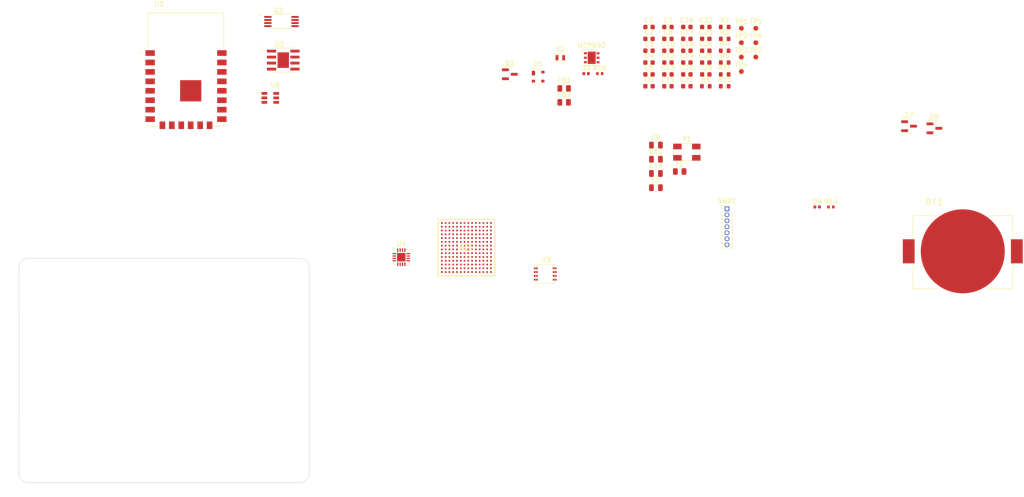
<source format=kicad_pcb>
(kicad_pcb (version 20240108) (generator "pcbnew") (generator_version "8.0")
  (layers (0 "F.Cu" signal) (1 "In1.Cu" signal) (2 "In2.Cu" signal) (31 "B.Cu" signal) (34 "B.Paste" user) (35 "F.Paste" user) (36 "B.SilkS" user "B.Silkscreen") (37 "F.SilkS" user "F.Silkscreen") (38 "B.Mask" user) (39 "F.Mask" user) (44 "Edge.Cuts" user))
  (net 0 "")
  (net 1 "+5V")
  (net 2 "GND")
  (net 3 "+3V3")
  (net 4 "Net-(IC1-VDD_USB_CAP)")
  (net 5 "Net-(IC1-DCDC_IN_1)")
  (net 6 "/SOC_CAP_NET")
  (net 7 "Net-(IC1-VDD_SNVS_CAP)")
  (net 8 "Net-(IC1-XTALO)")
  (net 9 "Net-(IC1-XTALI)")
  (net 10 "Net-(IC1-RTC_XTALI)")
  (net 11 "Net-(IC1-RTC_XTALO)")
  (net 12 "Net-(IC1-VDD_HIGH_CAP)")
  (net 13 "Net-(IC1-NVCC_PLL)")
  (net 14 "+5VD")
  (net 15 "/USB1_DN")
  (net 16 "/USB1_DP")
  (net 17 "Net-(D3-A)")
  (net 18 "Net-(D4-K)")
  (net 19 "/RTC_BAT")
  (net 20 "Net-(F1-Pad2)")
  (net 21 "Net-(IC1-VDD_SNVS_IN)")
  (net 23 "Net-(Q1-D)")
  (net 24 "Net-(IC1-DCDC_LP_1)")
  (net 25 "/D13")
  (net 26 "/JTAG_TMS")
  (net 27 "/JTAG_TCK")
  (net 28 "/JTAG_MOD")
  (net 29 "/JTAG_TDI")
  (net 30 "/DCDC_PSWITCH")
  (net 31 "/D0")
  (net 32 "/JTAG_TDO")
  (net 33 "/PMIC_ON_REQ_PWR_SEQ")
  (net 34 "/D1")
  (net 35 "Net-(Q1-G)")
  (net 38 "/BAT_GND")
  (net 39 "/Bat-")
  (net 40 "Net-(U6-OD)")
  (net 41 "Net-(U6-OC)")
  (net 42 "Net-(USB_UFP1-CC1)")
  (net 43 "Net-(USB_UFP1-CC2)")
  (net 44 "Net-(USB_UFP1-SHIELD)")
  (net 45 "Net-(U4-PTB3{slash}IRQ_10)")
  (net 46 "/Bat+")
  (net 47 "Net-(U2-PROG)")
  (net 48 "Net-(U2-~{CHRG})")
  (net 49 "Net-(U2-~{STDBY})")
  (net 55 "Net-(U5-PA1)")
  (net 56 "Net-(U5-RST)")
  (net 57 "Net-(U5-PA0)")
  (net 69 "Net-(U5-WP)")
  (net 71 "Net-(U6-CS)")
  (net 72 "Net-(U6-VCC)")
  (net 79 "Net-(IC1-GPIO_SD_B1_08)")
  (net 84 "Net-(IC1-GPIO_SD_B1_06)")
  (net 90 "Net-(IC1-GPIO_SD_B1_11)")
  (net 93 "Net-(IC1-GPIO_SD_B1_07)")
  (net 94 "/D16_A2")
  (net 96 "/D15_A1")
  (net 118 "/D14_A0")
  (net 125 "Net-(IC1-GPIO_AD_B0_04)")
  (net 135 "Net-(IC1-GPIO_SD_B1_09)")
  (net 145 "Net-(IC1-GPIO_SD_B1_10)")
  (net 158 "/D4")
  (net 170 "Net-(IC1-GPIO_EMC_01)")
  (net 184 "Net-(IC1-GPIO_B0_13)")
  (net 191 "/POR_B")
  (net 199 "Net-(U4-PTB2{slash}IRQ_7)")
  (footprint "MIMXRT1062DVJ6B_1:XSON8_4x4mm" (layer "F.Cu") (at 164.7 77.6)
    (property "Reference" "U3" (at 0 -2.8 0) (layer "F.SilkS"))
    (property "Value" "W25Q64JVXGIM")
    (pad "1" smd roundrect (at -2.2 -1 180) (size 0.8 0.4) (layers "F.Cu" "F.Paste" "F.Mask") (roundrect_rratio 0.05) (net 84 "Net-(IC1-GPIO_SD_B1_06)"))
    (pad "2" smd roundrect (at -2.2 -0.2 180) (size 0.8 0.4) (layers "F.Cu" "F.Paste" "F.Mask") (roundrect_rratio 0.05) (net 135 "Net-(IC1-GPIO_SD_B1_09)"))
    (pad "3" smd roundrect (at -2.2 0.6 180) (size 0.8 0.4) (layers "F.Cu" "F.Paste" "F.Mask") (roundrect_rratio 0.05) (net 145 "Net-(IC1-GPIO_SD_B1_10)"))
    (pad "4" smd roundrect (at -2.2 1.4 180) (size 0.8 0.4) (layers "F.Cu" "F.Paste" "F.Mask") (roundrect_rratio 0.05) (net 2 "GND"))
    (pad "5" smd roundrect (at 1.8 1.4 180) (size 0.8 0.4) (layers "F.Cu" "F.Paste" "F.Mask") (roundrect_rratio 0.05) (net 79 "Net-(IC1-GPIO_SD_B1_08)"))
    (pad "6" smd roundrect (at 1.8 0.6 180) (size 0.8 0.4) (layers "F.Cu" "F.Paste" "F.Mask") (roundrect_rratio 0.05) (net 93 "Net-(IC1-GPIO_SD_B1_07)"))
    (pad "7" smd roundrect (at 1.8 -0.2 180) (size 0.8 0.4) (layers "F.Cu" "F.Paste" "F.Mask") (roundrect_rratio 0.05) (net 90 "Net-(IC1-GPIO_SD_B1_11)"))
    (pad "8" smd roundrect (at 1.8 -1 180) (size 0.8 0.4) (layers "F.Cu" "F.Paste" "F.Mask") (roundrect_rratio 0.05) (net 3 "+3V3"))
  )
  (footprint "Capacitor_SMD:C_0603_1608Metric" (layer "F.Cu") (at 194.5 28)
    (property "Reference" "C17" (at 0 -1.43 0) (layer "F.SilkS"))
    (property "Value" "0.22uf")
    (pad "1" smd roundrect (at -0.775 0) (size 0.9 0.95) (layers "F.Cu" "F.Paste" "F.Mask") (net 3 "+3V3"))
    (pad "2" smd roundrect (at 0.775 0) (size 0.9 0.95) (layers "F.Cu" "F.Paste" "F.Mask") (net 2 "GND"))
  )
  (footprint "Resistor_SMD:R_0805_2012Metric" (layer "F.Cu") (at 168.5 41.45)
    (property "Reference" "FB2" (at 0 -1.65 0) (layer "F.SilkS"))
    (property "Value" "Ferrite_Bead")
    (pad "1" smd roundrect (at -0.9125 0) (size 1.025 1.4) (layers "F.Cu" "F.Paste" "F.Mask") (roundrect_rratio 0.243902) (net 5 "Net-(IC1-DCDC_IN_1)"))
    (pad "2" smd roundrect (at 0.9125 0) (size 1.025 1.4) (layers "F.Cu" "F.Paste" "F.Mask") (roundrect_rratio 0.243902) (net 3 "+3V3"))
  )
  (footprint "Resistor_SMD:R_0402_1005Metric" (layer "F.Cu") (at 176.055 35.365)
    (property "Reference" "R10" (at 0 -1.17 0) (layer "F.SilkS"))
    (property "Value" "1k")
    (pad "1" smd roundrect (at -0.51 0) (size 0.54 0.64) (layers "F.Cu" "F.Paste" "F.Mask") (net 45 "Net-(U4-PTB3{slash}IRQ_10)"))
    (pad "2" smd roundrect (at 0.51 0) (size 0.54 0.64) (layers "F.Cu" "F.Paste" "F.Mask") (net 18 "Net-(D4-K)"))
  )
  (footprint "TestPoint:TestPoint_Pad_D1.0mm" (layer "F.Cu") (at 209.1 31.86)
    (property "Reference" "TP7" (at 0 -1.448 0) (layer "F.SilkS"))
    (property "Value" "TestPoint")
    (pad "1" smd circle (at 0 0) (size 1 1) (layers "F.Cu" "F.Mask") (net 13 "Net-(IC1-NVCC_PLL)"))
  )
  (footprint "FS8205A:SOP65P640X120-8N" (layer "F.Cu") (at 108.62 24.325)
    (property "Reference" "Q2" (at -0.635 -2.327 0) (layer "F.SilkS"))
    (property "Value" "FS8205A")
    (pad "1" smd roundrect (at -2.88 -0.975) (size 1.56 0.4) (layers "F.Cu" "F.Paste" "F.Mask") (roundrect_rratio 0.125))
    (pad "2" smd roundrect (at -2.88 -0.325) (size 1.56 0.4) (layers "F.Cu" "F.Paste" "F.Mask") (roundrect_rratio 0.125) (net 38 "/BAT_GND"))
    (pad "3" smd roundrect (at -2.88 0.325) (size 1.56 0.4) (layers "F.Cu" "F.Paste" "F.Mask") (roundrect_rratio 0.125) (net 38 "/BAT_GND"))
    (pad "4" smd roundrect (at -2.88 0.975) (size 1.56 0.4) (layers "F.Cu" "F.Paste" "F.Mask") (roundrect_rratio 0.125) (net 40 "Net-(U6-OD)"))
    (pad "5" smd roundrect (at 2.88 0.975) (size 1.56 0.4) (layers "F.Cu" "F.Paste" "F.Mask") (roundrect_rratio 0.125) (net 41 "Net-(U6-OC)"))
    (pad "6" smd roundrect (at 2.88 0.325) (size 1.56 0.4) (layers "F.Cu" "F.Paste" "F.Mask") (roundrect_rratio 0.125) (net 39 "/Bat-"))
    (pad "7" smd roundrect (at 2.88 -0.325) (size 1.56 0.4) (layers "F.Cu" "F.Paste" "F.Mask") (roundrect_rratio 0.125) (net 39 "/Bat-"))
    (pad "8" smd roundrect (at 2.88 -0.975) (size 1.56 0.4) (layers "F.Cu" "F.Paste" "F.Mask") (roundrect_rratio 0.125))
  )
  (footprint "Resistor_SMD:R_0603_1608Metric" (layer "F.Cu") (at 202.52 25.49)
    (property "Reference" "R2" (at 0 -1.43 0) (layer "F.SilkS"))
    (property "Value" "5.1k")
    (pad "1" smd roundrect (at -0.825 0) (size 0.8 0.95) (layers "F.Cu" "F.Paste" "F.Mask") (net 2 "GND"))
    (pad "2" smd roundrect (at 0.825 0) (size 0.8 0.95) (layers "F.Cu" "F.Paste" "F.Mask") (net 43 "Net-(USB_UFP1-CC2)"))
  )
  (footprint "TestPoint:TestPoint_Pad_D1.0mm" (layer "F.Cu") (at 206.05 34.91)
    (property "Reference" "TP4" (at 0 -1.448 0) (layer "F.SilkS"))
    (property "Value" "TestPoint")
    (pad "1" smd circle (at 0 0) (size 1 1) (layers "F.Cu" "F.Mask") (net 4 "Net-(IC1-VDD_USB_CAP)"))
  )
  (footprint "Capacitor_SMD:C_0603_1608Metric" (layer "F.Cu") (at 198.51 33.02)
    (property "Reference" "C25" (at 0 -1.43 0) (layer "F.SilkS"))
    (property "Value" "0.22uf")
    (pad "1" smd roundrect (at -0.775 0) (size 0.9 0.95) (layers "F.Cu" "F.Paste" "F.Mask") (net 13 "Net-(IC1-NVCC_PLL)"))
    (pad "2" smd roundrect (at 0.775 0) (size 0.9 0.95) (layers "F.Cu" "F.Paste" "F.Mask") (net 2 "GND"))
  )
  (footprint "Capacitor_SMD:C_0603_1608Metric" (layer "F.Cu") (at 186.48 25.49)
    (property "Reference" "C1" (at 0 -1.43 0) (layer "F.SilkS"))
    (property "Value" "0.22uf")
    (pad "1" smd roundrect (at -0.775 0) (size 0.9 0.95) (layers "F.Cu" "F.Paste" "F.Mask") (net 1 "+5V"))
    (pad "2" smd roundrect (at 0.775 0) (size 0.9 0.95) (layers "F.Cu" "F.Paste" "F.Mask") (net 2 "GND"))
  )
  (footprint "Package_TO_SOT_SMD:SOT-23" (layer "F.Cu") (at 241.5625 46.5)
    (property "Reference" "D7" (at 0 -2.4 0) (layer "F.SilkS"))
    (property "Value" "BAT54C")
    (pad "1" smd roundrect (at -0.9375 -0.95) (size 1.475 0.6) (layers "F.Cu" "F.Paste" "F.Mask") (net 4 "Net-(IC1-VDD_USB_CAP)"))
    (pad "2" smd roundrect (at -0.9375 0.95) (size 1.475 0.6) (layers "F.Cu" "F.Paste" "F.Mask"))
    (pad "3" smd roundrect (at 0.9375 0) (size 1.475 0.6) (layers "F.Cu" "F.Paste" "F.Mask") (net 21 "Net-(IC1-VDD_SNVS_IN)"))
  )
  (footprint "Capacitor_SMD:C_0805_2012Metric" (layer "F.Cu") (at 187.95 50.5)
    (property "Reference" "C9" (at 0 -1.68 0) (layer "F.SilkS"))
    (property "Value" "10uf")
    (pad "1" smd roundrect (at -0.95 0) (size 1 1.45) (layers "F.Cu" "F.Paste" "F.Mask") (net 4 "Net-(IC1-VDD_USB_CAP)"))
    (pad "2" smd roundrect (at 0.95 0) (size 1 1.45) (layers "F.Cu" "F.Paste" "F.Mask") (net 2 "GND"))
  )
  (footprint "Connector_PinHeader_1.27mm:PinHeader_1x07_P1.27mm_Vertical" (layer "F.Cu") (at 203 64)
    (property "Reference" "SWD1" (at 0 -1.695 0) (layer "F.SilkS"))
    (property "Value" "SWD")
    (pad "1" thru_hole rect (at 0 0) (size 1 1) (drill 0.65) (layers "*.Cu" "*.Mask") (net 30 "/DCDC_PSWITCH"))
    (pad "2" thru_hole oval (at 0 1.27) (size 1 1) (drill 0.65) (layers "*.Cu" "*.Mask") (net 27 "/JTAG_TCK"))
    (pad "3" thru_hole oval (at 0 2.54) (size 1 1) (drill 0.65) (layers "*.Cu" "*.Mask") (net 32 "/JTAG_TDO"))
    (pad "4" thru_hole oval (at 0 3.81) (size 1 1) (drill 0.65) (layers "*.Cu" "*.Mask") (net 29 "/JTAG_TDI"))
    (pad "5" thru_hole oval (at 0 5.08) (size 1 1) (drill 0.65) (layers "*.Cu" "*.Mask") (net 28 "/JTAG_MOD"))
    (pad "6" thru_hole oval (at 0 6.35) (size 1 1) (drill 0.65) (layers "*.Cu" "*.Mask") (net 26 "/JTAG_TMS"))
    (pad "7" thru_hole oval (at 0 7.62) (size 1 1) (drill 0.65) (layers "*.Cu" "*.Mask") (net 2 "GND"))
  )
  (footprint "Resistor_SMD:R_0603_1608Metric" (layer "F.Cu") (at 202.52 30.51)
    (property "Reference" "R4" (at 0 -1.43 0) (layer "F.SilkS"))
    (property "Value" "100k")
    (pad "1" smd roundrect (at -0.825 0) (size 0.8 0.95) (layers "F.Cu" "F.Paste" "F.Mask") (net 33 "/PMIC_ON_REQ_PWR_SEQ"))
    (pad "2" smd roundrect (at 0.825 0) (size 0.8 0.95) (layers "F.Cu" "F.Paste" "F.Mask") (net 3 "+3V3"))
  )
  (footprint "Capacitor_SMD:C_0603_1608Metric" (layer "F.Cu") (at 186.48 35.53)
    (property "Reference" "C5" (at 0 -1.43 0) (layer "F.SilkS"))
    (property "Value" "10nf")
    (pad "1" smd roundrect (at -0.775 0) (size 0.9 0.95) (layers "F.Cu" "F.Paste" "F.Mask") (net 3 "+3V3"))
    (pad "2" smd roundrect (at 0.775 0) (size 0.9 0.95) (layers "F.Cu" "F.Paste" "F.Mask") (net 2 "GND"))
  )
  (footprint "TestPoint:TestPoint_Pad_D1.0mm" (layer "F.Cu") (at 209.1 25.76)
    (property "Reference" "TP5" (at 0 -1.448 0) (layer "F.SilkS"))
    (property "Value" "TestPoint")
    (pad "1" smd circle (at 0 0) (size 1 1) (layers "F.Cu" "F.Mask") (net 7 "Net-(IC1-VDD_SNVS_CAP)"))
  )
  (footprint "Package_TO_SOT_SMD:SOT-23" (layer "F.Cu") (at 157 35.5)
    (property "Reference" "Q1" (at 0 -2.4 0) (layer "F.SilkS"))
    (property "Value" "Q_PMOS_GDS_DMP3125L")
    (pad "1" smd roundrect (at -0.9375 -0.95) (size 1.475 0.6) (layers "F.Cu" "F.Paste" "F.Mask") (net 35 "Net-(Q1-G)"))
    (pad "2" smd roundrect (at -0.9375 0.95) (size 1.475 0.6) (layers "F.Cu" "F.Paste" "F.Mask") (net 23 "Net-(Q1-D)"))
    (pad "3" smd roundrect (at 0.9375 0) (size 1.475 0.6) (layers "F.Cu" "F.Paste" "F.Mask") (net 1 "+5V"))
  )
  (footprint "Resistor_SMD:R_0805_2012Metric" (layer "F.Cu") (at 192.98 56.1)
    (property "Reference" "F1" (at 0 -1.65 0) (layer "F.SilkS"))
    (property "Value" "Fuse")
    (pad "1" smd roundrect (at -0.9125 0) (size 1.025 1.4) (layers "F.Cu" "F.Paste" "F.Mask") (roundrect_rratio 0.243902) (net 14 "+5VD"))
    (pad "2" smd roundrect (at 0.9125 0) (size 1.025 1.4) (layers "F.Cu" "F.Paste" "F.Mask") (roundrect_rratio 0.243902) (net 20 "Net-(F1-Pad2)"))
  )
  (footprint "Capacitor_SMD:C_0603_1608Metric" (layer "F.Cu") (at 186.48 33.02)
    (property "Reference" "C4" (at 0 -1.43 0) (layer "F.SilkS"))
    (property "Value" "0.22uf")
    (pad "1" smd roundrect (at -0.775 0) (size 0.9 0.95) (layers "F.Cu" "F.Paste" "F.Mask") (net 3 "+3V3"))
    (pad "2" smd roundrect (at 0.775 0) (size 0.9 0.95) (layers "F.Cu" "F.Paste" "F.Mask") (net 2 "GND"))
  )
  (footprint "Capacitor_SMD:C_0603_1608Metric" (layer "F.Cu") (at 194.5 25.49)
    (property "Reference" "C16" (at 0 -1.43 0) (layer "F.SilkS"))
    (property "Value" "10nf")
    (pad "1" smd roundrect (at -0.775 0) (size 0.9 0.95) (layers "F.Cu" "F.Paste" "F.Mask") (net 6 "/SOC_CAP_NET"))
    (pad "2" smd roundrect (at 0.775 0) (size 0.9 0.95) (layers "F.Cu" "F.Paste" "F.Mask") (net 2 "GND"))
  )
  (footprint "WizFi360-PA:XCVR_WIZFI360-PA" (layer "F.Cu") (at 88.4 34.5)
    (property "Reference" "U5" (at -5.675 -13.885 0) (layer "F.SilkS"))
    (property "Value" "WIZFI360-PA")
    (pad "1" smd rect (at -7.6 -3.5) (size 2 1.2) (layers "F.Cu" "F.Paste" "F.Mask") (net 56 "Net-(U5-RST)"))
    (pad "2" smd rect (at -7.6 -1.5) (size 2 1.2) (layers "F.Cu" "F.Paste" "F.Mask"))
    (pad "3" smd rect (at -7.6 0.5) (size 2 1.2) (layers "F.Cu" "F.Paste" "F.Mask") (net 57 "Net-(U5-PA0)"))
    (pad "4" smd rect (at -7.6 2.5) (size 2 1.2) (layers "F.Cu" "F.Paste" "F.Mask") (net 69 "Net-(U5-WP)"))
    (pad "5" smd rect (at -7.6 4.5) (size 2 1.2) (layers "F.Cu" "F.Paste" "F.Mask") (net 55 "Net-(U5-PA1)"))
    (pad "6" smd rect (at -7.6 6.5) (size 2 1.2) (layers "F.Cu" "F.Paste" "F.Mask"))
    (pad "7" smd rect (at -7.6 8.5) (size 2 1.2) (layers "F.Cu" "F.Paste" "F.Mask"))
    (pad "8" smd rect (at -7.6 10.5) (size 2 1.2) (layers "F.Cu" "F.Paste" "F.Mask") (net 3 "+3V3"))
    (pad "9" smd rect (at -5 11.8) (size 1.2 1.6) (layers "F.Cu" "F.Paste" "F.Mask"))
    (pad "10" smd rect (at -3 11.8) (size 1.2 1.6) (layers "F.Cu" "F.Paste" "F.Mask"))
    (pad "11" smd rect (at -1 11.8) (size 1.2 1.6) (layers "F.Cu" "F.Paste" "F.Mask"))
    (pad "12" smd rect (at 1 11.8) (size 1.2 1.6) (layers "F.Cu" "F.Paste" "F.Mask"))
    (pad "13" smd rect (at 3 11.8) (size 1.2 1.6) (layers "F.Cu" "F.Paste" "F.Mask"))
    (pad "14" smd rect (at 5 11.8) (size 1.2 1.6) (layers "F.Cu" "F.Paste" "F.Mask"))
    (pad "15" smd rect (at 7.6 10.5) (size 2 1.2) (layers "F.Cu" "F.Paste" "F.Mask") (net 2 "GND"))
    (pad "16" smd rect (at 7.6 8.5) (size 2 1.2) (layers "F.Cu" "F.Paste" "F.Mask"))
    (pad "17" smd rect (at 7.6 6.5) (size 2 1.2) (layers "F.Cu" "F.Paste" "F.Mask"))
    (pad "18" smd rect (at 7.6 4.5) (size 2 1.2) (layers "F.Cu" "F.Paste" "F.Mask"))
    (pad "19" smd rect (at 7.6 2.5) (size 2 1.2) (layers "F.Cu" "F.Paste" "F.Mask"))
    (pad "20" smd rect (at 7.6 0.5) (size 2 1.2) (layers "F.Cu" "F.Paste" "F.Mask"))
    (pad "21" smd rect (at 7.6 -1.5) (size 2 1.2) (layers "F.Cu" "F.Paste" "F.Mask") (net 34 "/D1"))
    (pad "22" smd rect (at 7.6 -3.5) (size 2 1.2) (layers "F.Cu" "F.Paste" "F.Mask") (net 31 "/D0"))
    (pad "23" smd rect (at 1 4.5) (size 4.5 4.5) (layers "F.Cu" "F.Paste" "F.Mask"))
  )
  (footprint "Capacitor_SMD:C_0603_1608Metric" (layer "F.Cu") (at 186.48 30.51)
    (property "Reference" "C3" (at 0 -1.43 0) (layer "F.SilkS"))
    (property "Value" "2.2uf")
    (pad "1" smd roundrect (at -0.775 0) (size 0.9 0.95) (layers "F.Cu" "F.Paste" "F.Mask") (net 1 "+5V"))
    (pad "2" smd roundrect (at 0.775 0) (size 0.9 0.95) (layers "F.Cu" "F.Paste" "F.Mask") (net 2 "GND"))
  )
  (footprint "Resistor_SMD:R_0805_2012Metric" (layer "F.Cu") (at 168.5 38.5)
    (property "Reference" "FB1" (at 0 -1.65 0) (layer "F.SilkS"))
    (property "Value" "Ferrite_Bead")
    (pad "1" smd roundrect (at -0.9125 0) (size 1.025 1.4) (layers "F.Cu" "F.Paste" "F.Mask") (roundrect_rratio 0.243902) (net 20 "Net-(F1-Pad2)"))
    (pad "2" smd roundrect (at 0.9125 0) (size 1.025 1.4) (layers "F.Cu" "F.Paste" "F.Mask") (roundrect_rratio 0.243902) (net 23 "Net-(Q1-D)"))
  )
  (footprint "Capacitor_SMD:C_0603_1608Metric" (layer "F.Cu") (at 194.5 30.51)
    (property "Reference" "C18" (at 0 -1.43 0) (layer "F.SilkS"))
    (property "Value" "0.22uf")
    (pad "1" smd roundrect (at -0.775 0) (size 0.9 0.95) (layers "F.Cu" "F.Paste" "F.Mask") (net 7 "Net-(IC1-VDD_SNVS_CAP)"))
    (pad "2" smd roundrect (at 0.775 0) (size 0.9 0.95) (layers "F.Cu" "F.Paste" "F.Mask") (net 2 "GND"))
  )
  (footprint "Capacitor_SMD:C_0603_1608Metric" (layer "F.Cu") (at 198.51 35.53)
    (property "Reference" "C26" (at 0 -1.43 0) (layer "F.SilkS"))
    (property "Value" "4.7uf")
    (pad "1" smd roundrect (at -0.775 0) (size 0.9 0.95) (layers "F.Cu" "F.Paste" "F.Mask") (net 13 "Net-(IC1-NVCC_PLL)"))
    (pad "2" smd roundrect (at 0.775 0) (size 0.9 0.95) (layers "F.Cu" "F.Paste" "F.Mask") (net 2 "GND"))
  )
  (footprint "BAT_HOLDER:BAT_BAT-HLD-001" (layer "F.Cu") (at 252.95 73)
    (property "Reference" "BT1" (at -6.055 -10.389 0) (layer "F.SilkS") (effects (font (size 1.4 1.4))))
    (property "Value" "BAT-HLD-001")
    (pad "N1" smd circle (at 0 0) (size 17.8 17.8) (layers "F.Cu" "F.Mask") (net 2 "GND"))
    (pad "P1" smd rect (at -11.45 0) (size 2.5 5.1) (layers "F.Cu" "F.Paste" "F.Mask") (net 19 "/RTC_BAT"))
    (pad "P2" smd rect (at 11.45 0) (size 2.5 5.1) (layers "F.Cu" "F.Paste" "F.Mask") (net 19 "/RTC_BAT"))
  )
  (footprint "Crystal:Crystal_SMD_2012-2Pin_2.0x1.2mm" (layer "F.Cu") (at 167.7 32)
    (property "Reference" "Y2" (at 0 -1.8 0) (layer "F.SilkS"))
    (property "Value" "Crystal")
    (pad "1" smd rect (at -0.7 0) (size 0.6 1.1) (layers "F.Cu" "F.Paste" "F.Mask") (net 11 "Net-(IC1-RTC_XTALO)"))
    (pad "2" smd rect (at 0.7 0) (size 0.6 1.1) (layers "F.Cu" "F.Paste" "F.Mask") (net 10 "Net-(IC1-RTC_XTALI)"))
  )
  (footprint "Capacitor_SMD:C_0603_1608Metric" (layer "F.Cu") (at 190.49 35.53)
    (property "Reference" "C13" (at 0 -1.43 0) (layer "F.SilkS"))
    (property "Value" "0.22uf")
    (pad "1" smd roundrect (at -0.775 0) (size 0.9 0.95) (layers "F.Cu" "F.Paste" "F.Mask") (net 6 "/SOC_CAP_NET"))
    (pad "2" smd roundrect (at 0.775 0) (size 0.9 0.95) (layers "F.Cu" "F.Paste" "F.Mask") (net 2 "GND"))
  )
  (footprint "Capacitor_SMD:C_0603_1608Metric" (layer "F.Cu") (at 198.51 25.49)
    (property "Reference" "C22" (at 0 -1.43 0) (layer "F.SilkS"))
    (property "Value" "9pf")
    (pad "1" smd roundrect (at -0.775 0) (size 0.9 0.95) (layers "F.Cu" "F.Paste" "F.Mask") (net 11 "Net-(IC1-RTC_XTALO)"))
    (pad "2" smd roundrect (at 0.775 0) (size 0.9 0.95) (layers "F.Cu" "F.Paste" "F.Mask") (net 2 "GND"))
  )
  (footprint "Capacitor_SMD:C_0603_1608Metric" (layer "F.Cu") (at 190.49 25.49)
    (property "Reference" "C7" (at 0 -1.43 0) (layer "F.SilkS"))
    (property "Value" "2.2uf")
    (pad "1" smd roundrect (at -0.775 0) (size 0.9 0.95) (layers "F.Cu" "F.Paste" "F.Mask") (net 3 "+3V3"))
    (pad "2" smd roundrect (at 0.775 0) (size 0.9 0.95) (layers "F.Cu" "F.Paste" "F.Mask") (net 2 "GND"))
  )
  (footprint "Package_DFN_QFN:VQFN-16-1EP_3x3mm_P0.5mm_EP1.8x1.8mm" (layer "F.Cu") (at 134.0125 74.25)
    (property "Reference" "U4" (at 0 -2.83 0) (layer "F.SilkS"))
    (property "Value" "MKL02Z32VFG4")
    (pad "1" smd roundrect (at -1.4875 -0.75) (size 0.775 0.25) (layers "F.Cu" "F.Paste" "F.Mask") (net 3 "+3V3"))
    (pad "2" smd roundrect (at -1.4875 -0.25) (size 0.775 0.25) (layers "F.Cu" "F.Paste" "F.Mask") (net 2 "GND"))
    (pad "3" smd roundrect (at -1.4875 0.25) (size 0.775 0.25) (layers "F.Cu" "F.Paste" "F.Mask") (net 30 "/DCDC_PSWITCH"))
    (pad "4" smd roundrect (at -1.4875 0.75) (size 0.775 0.25) (layers "F.Cu" "F.Paste" "F.Mask") (net 125 "Net-(IC1-GPIO_AD_B0_04)"))
    (pad "5" smd roundrect (at -0.75 1.4875) (size 0.25 0.775) (layers "F.Cu" "F.Paste" "F.Mask") (net 26 "/JTAG_TMS"))
    (pad "6" smd roundrect (at -0.25 1.4875) (size 0.25 0.775) (layers "F.Cu" "F.Paste" "F.Mask") (net 32 "/JTAG_TDO"))
    (pad "7" smd roundrect (at 0.25 1.4875) (size 0.25 0.775) (layers "F.Cu" "F.Paste" "F.Mask") (net 29 "/JTAG_TDI"))
    (pad "8" smd roundrect (at 0.75 1.4875) (size 0.25 0.775) (layers "F.Cu" "F.Paste" "F.Mask") (net 27 "/JTAG_TCK"))
    (pad "9" smd roundrect (at 1.4875 0.75) (size 0.775 0.25) (layers "F.Cu" "F.Paste" "F.Mask") (net 191 "/POR_B"))
    (pad "10" smd roundrect (at 1.4875 0.25) (size 0.775 0.25) (layers "F.Cu" "F.Paste" "F.Mask") (net 199 "Net-(U4-PTB2{slash}IRQ_7)"))
    (pad "11" smd roundrect (at 1.4875 -0.25) (size 0.775 0.25) (layers "F.Cu" "F.Paste" "F.Mask") (net 45 "Net-(U4-PTB3{slash}IRQ_10)"))
    (pad "12" smd roundrect (at 1.4875 -0.75) (size 0.775 0.25) (layers "F.Cu" "F.Paste" "F.Mask") (net 184 "Net-(IC1-GPIO_B0_13)"))
    (pad "13" smd roundrect (at 0.75 -1.4875) (size 0.25 0.775) (layers "F.Cu" "F.Paste" "F.Mask") (net 28 "/JTAG_MOD"))
    (pad "14" smd roundrect (at 0.25 -1.4875) (size 0.25 0.775) (layers "F.Cu" "F.Paste" "F.Mask"))
    (pad "15" smd roundrect (at -0.25 -1.4875) (size 0.25 0.775) (layers "F.Cu" "F.Paste" "F.Mask") (net 170 "Net-(IC1-GPIO_EMC_01)"))
    (pad "16" smd roundrect (at -0.75 -1.4875) (size 0.25 0.775) (layers "F.Cu" "F.Paste" "F.Mask"))
    (pad "17" smd rect (at 0 0) (size 1.8 1.8) (property pad_prop_heatsink) (layers "F.Cu" "F.Mask") (net 2 "GND"))
  )
  (footprint "Capacitor_SMD:C_0805_2012Metric" (layer "F.Cu") (at 187.95 53.51)
    (property "Reference" "C11" (at 0 -1.68 0) (layer "F.SilkS"))
    (property "Value" "10uf")
    (pad "1" smd roundrect (at -0.95 0) (size 1 1.45) (layers "F.Cu" "F.Paste" "F.Mask") (net 5 "Net-(IC1-DCDC_IN_1)"))
    (pad "2" smd roundrect (at 0.95 0) (size 1 1.45) (layers "F.Cu" "F.Paste" "F.Mask") (net 2 "GND"))
  )
  (footprint "Capacitor_SMD:C_0603_1608Metric" (layer "F.Cu") (at 194.5 38.04)
    (property "Reference" "C21" (at 0 -1.43 0) (layer "F.SilkS"))
    (property "Value" "9pf")
    (pad "1" smd roundrect (at -0.775 0) (size 0.9 0.95) (layers "F.Cu" "F.Paste" "F.Mask") (net 10 "Net-(IC1-RTC_XTALI)"))
    (pad "2" smd roundrect (at 0.775 0) (size 0.9 0.95) (layers "F.Cu" "F.Paste" "F.Mask") (net 2 "GND"))
  )
  (footprint "Resistor_SMD:R_0603_1608Metric" (layer "F.Cu") (at 198.51 38.04)
    (property "Reference" "R1" (at 0 -1.43 0) (layer "F.SilkS"))
    (property "Value" "5.1k")
    (pad "1" smd roundrect (at -0.825 0) (size 0.8 0.95) (layers "F.Cu" "F.Paste" "F.Mask") (net 2 "GND"))
    (pad "2" smd roundrect (at 0.825 0) (size 0.8 0.95) (layers "F.Cu" "F.Paste" "F.Mask") (net 42 "Net-(USB_UFP1-CC1)"))
  )
  (footprint "Capacitor_SMD:C_0805_2012Metric" (layer "F.Cu") (at 187.95 56.52)
    (property "Reference" "C14" (at 0 -1.68 0) (layer "F.SilkS"))
    (property "Value" "10uf")
    (pad "1" smd roundrect (at -0.95 0) (size 1 1.45) (layers "F.Cu" "F.Paste" "F.Mask") (net 6 "/SOC_CAP_NET"))
    (pad "2" smd roundrect (at 0.95 0) (size 1 1.45) (layers "F.Cu" "F.Paste" "F.Mask") (net 2 "GND"))
  )
  (footprint "Capacitor_SMD:C_0603_1608Metric" (layer "F.Cu") (at 198.51 30.51)
    (property "Reference" "C24" (at 0 -1.43 0) (layer "F.SilkS"))
    (property "Value" "4.7uf")
    (pad "1" smd roundrect (at -0.775 0) (size 0.9 0.95) (layers "F.Cu" "F.Paste" "F.Mask") (net 12 "Net-(IC1-VDD_HIGH_CAP)"))
    (pad "2" smd roundrect (at 0.775 0) (size 0.9 0.95) (layers "F.Cu" "F.Paste" "F.Mask") (net 2 "GND"))
  )
  (footprint "Capacitor_SMD:C_0603_1608Metric" (layer "F.Cu") (at 186.48 28)
    (property "Reference" "C2" (at 0 -1.43 0) (layer "F.SilkS"))
    (property "Value" "0.22uf")
    (pad "1" smd roundrect (at -0.775 0) (size 0.9 0.95) (layers "F.Cu" "F.Paste" "F.Mask") (net 1 "+5V"))
    (pad "2" smd roundrect (at 0.775 0) (size 0.9 0.95) (layers "F.Cu" "F.Paste" "F.Mask") (net 2 "GND"))
  )
  (footprint "LED_SMD:LED_0402_1005Metric" (layer "F.Cu") (at 173.15 35.365)
    (property "Reference" "D3" (at 0 -1.17 0) (layer "F.SilkS"))
    (property "Value" "LED")
    (pad "1" smd roundrect (at -0.485 0) (size 0.59 0.64) (layers "F.Cu" "F.Paste" "F.Mask") (net 2 "GND"))
    (pad "2" smd roundrect (at 0.485 0) (size 0.59 0.64) (layers "F.Cu" "F.Paste" "F.Mask") (net 17 "Net-(D3-A)"))
  )
  (footprint "Resistor_SMD:R_0402_1005Metric" (layer "F.Cu") (at 225.0125 63.605)
    (property "Reference" "R14" (at 0 -1.17 0) (layer "F.SilkS"))
    (property "Value" "1k")
    (pad "1" smd roundrect (at -0.51 0) (size 0.54 0.64) (layers "F.Cu" "F.Paste" "F.Mask") (net 25 "/D13"))
    (pad "2" smd roundrect (at 0.51 0) (size 0.54 0.64) (layers "F.Cu" "F.Paste" "F.Mask") (net 17 "Net-(D3-A)"))
  )
  (footprint "TestPoint:TestPoint_Pad_D1.0mm" (layer "F.Cu") (at 206.05 28.81)
    (property "Reference" "TP2" (at 0 -1.448 0) (layer "F.SilkS"))
    (property "Value" "TestPoint")
    (pad "1" smd circle (at 0 0) (size 1 1) (layers "F.Cu" "F.Mask") (net 3 "+3V3"))
  )
  (footprint "Package_DFN_QFN:DFN-6-1EP_3x3mm_P0.95mm_EP1.7x2.6mm" (layer "F.Cu") (at 174.34 32)
    (property "Reference" "NCP692" (at 0 -2.575 0) (layer "F.SilkS"))
    (property "Value" "OnSemi NCP692, fixed version")
    (pad "1" smd rect (at -1.34 -0.95) (size 0.63 0.45) (layers "F.Cu" "F.Paste" "F.Mask") (net 1 "+5V"))
    (pad "2" smd rect (at -1.34 0) (size 0.63 0.45) (layers "F.Cu" "F.Paste" "F.Mask") (net 2 "GND"))
    (pad "3" smd rect (at -1.34 0.95) (size 0.63 0.45) (layers "F.Cu" "F.Paste" "F.Mask") (net 33 "/PMIC_ON_REQ_PWR_SEQ"))
    (pad "4" smd rect (at 1.34 0.95) (size 0.63 0.45) (layers "F.Cu" "F.Paste" "F.Mask") (net 3 "+3V3"))
    (pad "5" smd rect (at 1.34 0) (size 0.63 0.45) (layers "F.Cu" "F.Paste" "F.Mask") (net 3 "+3V3"))
    (pad "6" smd rect (at 1.34 -0.95) (size 0.63 0.45) (layers "F.Cu" "F.Paste" "F.Mask") (net 1 "+5V"))
    (pad "7" smd rect (at 0 0) (size 1.7 2.6) (layers "F.Cu" "F.Mask") (net 2 "GND"))
  )
  (footprint "Crystal:Crystal_SMD_Abracon_ABM3B-4Pin_5.0x3.2mm" (layer "F.Cu") (at 194.5 52)
    (property "Reference" "Y1" (at 0 -2.8 0) (layer "F.SilkS"))
    (property "Value" "Crystal_GND23")
    (pad "1" smd rect (at -2 1.2) (size 1.8 1.2) (layers "F.Cu" "F.Paste" "F.Mask") (net 9 "Net-(IC1-XTALI)"))
    (pad "2" smd rect (at 2 1.2) (size 1.8 1.2) (layers "F.Cu" "F.Paste" "F.Mask") (net 2 "GND"))
    (pad "3" smd rect (at 2 -1.2) (size 1.8 1.2) (layers "F.Cu" "F.Paste" "F.Mask") (net 8 "Net-(IC1-XTALO)"))
    (pad "4" smd rect (at -2 -1.2) (size 1.8 1.2) (layers "F.Cu" "F.Paste" "F.Mask") (net 2 "GND"))
  )
  (footprint "Capacitor_SMD:C_0603_1608Metric" (layer "F.Cu") (at 190.49 30.51)
    (property "Reference" "C10" (at 0 -1.43 0) (layer "F.SilkS"))
    (property "Value" "0.22uf")
    (pad "1" smd roundrect (at -0.775 0) (size 0.9 0.95) (layers "F.Cu" "F.Paste" "F.Mask") (net 5 "Net-(IC1-DCDC_IN_1)"))
    (pad "2" smd roundrect (at 0.775 0) (size 0.9 0.95) (layers "F.Cu" "F.Paste" "F.Mask") (net 2 "GND"))
  )
  (footprint "Capacitor_SMD:C_0603_1608Metric" (layer "F.Cu") (at 190.49 38.04)
    (property "Reference" "C15" (at 0 -1.43 0) (layer "F.SilkS"))
    (property "Value" "4.7uf")
    (pad "1" smd roundrect (at -0.775 0) (size 0.9 0.95) (layers "F.Cu" "F.Paste" "F.Mask") (net 6 "/SOC_CAP_NET"))
    (pad "2" smd roundrect (at 0.775 0) (size 0.9 0.95) (layers "F.Cu" "F.Paste" "F.Mask") (net 2 "GND"))
  )
  (footprint "TestPoint:TestPoint_Pad_D1.0mm" (layer "F.Cu") (at 209.1 28.81)
    (property "Reference" "TP6" (at 0 -1.448 0) (layer "F.SilkS"))
    (property "Value" "TestPoint")
    (pad "1" smd circle (at 0 0) (size 1 1) (layers "F.Cu" "F.Mask") (net 12 "Net-(IC1-VDD_HIGH_CAP)"))
  )
  (footprint "Capacitor_SMD:C_0603_1608Metric" (layer "F.Cu") (at 190.49 33.02)
    (property "Reference" "C12" (at 0 -1.43 0) (layer "F.SilkS"))
    (property "Value" "4.7uf")
    (pad "1" smd roundrect (at -0.775 0) (size 0.9 0.95) (layers "F.Cu" "F.Paste" "F.Mask") (net 5 "Net-(IC1-DCDC_IN_1)"))
    (pad "2" smd roundrect (at 0.775 0) (size 0.9 0.95) (layers "F.Cu" "F.Paste" "F.Mask") (net 2 "GND"))
  )
  (footprint "Resistor_SMD:R_0603_1608Metric" (layer "F.Cu") (at 202.52 28)
    (property "Reference" "R3" (at 0 -1.43 0) (layer "F.SilkS"))
    (property "Value" "100k")
    (pad "1" smd roundrect (at -0.825 0) (size 0.8 0.95) (layers "F.Cu" "F.Paste" "F.Mask") (net 2 "GND"))
    (pad "2" smd roundrect (at 0.825 0) (size 0.8 0.95) (layers "F.Cu" "F.Paste" "F.Mask") (net 35 "Net-(Q1-G)"))
  )
  (footprint "Capacitor_SMD:C_0603_1608Metric" (layer "F.Cu") (at 198.51 28)
    (property "Reference" "C23" (at 0 -1.43 0) (layer "F.SilkS"))
    (property "Value" "0.22uf")
    (pad "1" smd roundrect (at -0.775 0) (size 0.9 0.95) (layers "F.Cu" "F.Paste" "F.Mask") (net 12 "Net-(IC1-VDD_HIGH_CAP)"))
    (pad "2" smd roundrect (at 0.775 0) (size 0.9 0.95) (layers "F.Cu" "F.Paste" "F.Mask") (net 2 "GND"))
  )
  (footprint "MIMXRT1062DVJ6B_1:BGA196C80P14X14_1200X1200X152" (layer "F.Cu") (at 147.8 72.2)
    (property "Reference" "IC1" (at 0 0 0) (layer "F.SilkS") (effects (font (size 1.27 1.27) (thickness 0.254))))
    (property "Value" "MIMXRT1062DVJ6B" (hide yes))
    (pad "A1" smd circle (at -5.2 -5.2 90) (size 0.394 0.394) (layers "F.Cu" "F.Paste" "F.Mask") (net 2 "GND"))
    (pad "A2" smd circle (at -4.4 -5.2 90) (size 0.394 0.394) (layers "F.Cu" "F.Paste" "F.Mask"))
    (pad "A3" smd circle (at -3.6 -5.2 90) (size 0.394 0.394) (layers "F.Cu" "F.Paste" "F.Mask"))
    (pad "A4" smd circle (at -2.8 -5.2 90) (size 0.394 0.394) (layers "F.Cu" "F.Paste" "F.Mask"))
    (pad "A5" smd circle (at -2 -5.2 90) (size 0.394 0.394) (layers "F.Cu" "F.Paste" "F.Mask"))
    (pad "A6" smd circle (at -1.2 -5.2 90) (size 0.394 0.394) (layers "F.Cu" "F.Paste" "F.Mask"))
    (pad "A7" smd circle (at -0.4 -5.2 90) (size 0.394 0.394) (layers "F.Cu" "F.Paste" "F.Mask"))
    (pad "A8" smd circle (at 0.4 -5.2 90) (size 0.394 0.394) (layers "F.Cu" "F.Paste" "F.Mask"))
    (pad "A9" smd circle (at 1.2 -5.2 90) (size 0.394 0.394) (layers "F.Cu" "F.Paste" "F.Mask"))
    (pad "A10" smd circle (at 2 -5.2 90) (size 0.394 0.394) (layers "F.Cu" "F.Paste" "F.Mask"))
    (pad "A11" smd circle (at 2.8 -5.2 90) (size 0.394 0.394) (layers "F.Cu" "F.Paste" "F.Mask"))
    (pad "A12" smd circle (at 3.6 -5.2 90) (size 0.394 0.394) (layers "F.Cu" "F.Paste" "F.Mask"))
    (pad "A13" smd circle (at 4.4 -5.2 90) (size 0.394 0.394) (layers "F.Cu" "F.Paste" "F.Mask"))
    (pad "A14" smd circle (at 5.2 -5.2 90) (size 0.394 0.394) (layers "F.Cu" "F.Paste" "F.Mask") (net 2 "GND"))
    (pad "B1" smd circle (at -5.2 -4.4 90) (size 0.394 0.394) (layers "F.Cu" "F.Paste" "F.Mask"))
    (pad "B2" smd circle (at -4.4 -4.4 90) (size 0.394 0.394) (layers "F.Cu" "F.Paste" "F.Mask"))
    (pad "B3" smd circle (at -3.6 -4.4 90) (size 0.394 0.394) (layers "F.Cu" "F.Paste" "F.Mask"))
    (pad "B4" smd circle (at -2.8 -4.4 90) (size 0.394 0.394) (layers "F.Cu" "F.Paste" "F.Mask"))
    (pad "B5" smd circle (at -2 -4.4 90) (size 0.394 0.394) (layers "F.Cu" "F.Paste" "F.Mask") (net 2 "GND"))
    (pad "B6" smd circle (at -1.2 -4.4 90) (size 0.394 0.394) (layers "F.Cu" "F.Paste" "F.Mask"))
    (pad "B7" smd circle (at -0.4 -4.4 90) (size 0.394 0.394) (layers "F.Cu" "F.Paste" "F.Mask"))
    (pad "B8" smd circle (at 0.4 -4.4 90) (size 0.394 0.394) (layers "F.Cu" "F.Paste" "F.Mask"))
    (pad "B9" smd circle (at 1.2 -4.4 90) (size 0.394 0.394) (layers "F.Cu" "F.Paste" "F.Mask"))
    (pad "B10" smd circle (at 2 -4.4 90) (size 0.394 0.394) (layers "F.Cu" "F.Paste" "F.Mask") (net 2 "GND"))
    (pad "B11" smd circle (at 2.8 -4.4 90) (size 0.394 0.394) (layers "F.Cu" "F.Paste" "F.Mask"))
    (pad "B12" smd circle (at 3.6 -4.4 90) (size 0.394 0.394) (layers "F.Cu" "F.Paste" "F.Mask"))
    (pad "B13" smd circle (at 4.4 -4.4 90) (size 0.394 0.394) (layers "F.Cu" "F.Paste" "F.Mask"))
    (pad "B14" smd circle (at 5.2 -4.4 90) (size 0.394 0.394) (layers "F.Cu" "F.Paste" "F.Mask"))
    (pad "C1" smd circle (at -5.2 -3.6 90) (size 0.394 0.394) (layers "F.Cu" "F.Paste" "F.Mask"))
    (pad "C2" smd circle (at -4.4 -3.6 90) (size 0.394 0.394) (layers "F.Cu" "F.Paste" "F.Mask"))
    (pad "C3" smd circle (at -3.6 -3.6 90) (size 0.394 0.394) (layers "F.Cu" "F.Paste" "F.Mask"))
    (pad "C4" smd circle (at -2.8 -3.6 90) (size 0.394 0.394) (layers "F.Cu" "F.Paste" "F.Mask"))
    (pad "C5" smd circle (at -2 -3.6 90) (size 0.394 0.394) (layers "F.Cu" "F.Paste" "F.Mask"))
    (pad "C6" smd circle (at -1.2 -3.6 90) (size 0.394 0.394) (layers "F.Cu" "F.Paste" "F.Mask"))
    (pad "C7" smd circle (at -0.4 -3.6 90) (size 0.394 0.394) (layers "F.Cu" "F.Paste" "F.Mask"))
    (pad "C8" smd circle (at 0.4 -3.6 90) (size 0.394 0.394) (layers "F.Cu" "F.Paste" "F.Mask"))
    (pad "C9" smd circle (at 1.2 -3.6 90) (size 0.394 0.394) (layers "F.Cu" "F.Paste" "F.Mask"))
    (pad "C10" smd circle (at 2 -3.6 90) (size 0.394 0.394) (layers "F.Cu" "F.Paste" "F.Mask"))
    (pad "C11" smd circle (at 2.8 -3.6 90) (size 0.394 0.394) (layers "F.Cu" "F.Paste" "F.Mask"))
    (pad "C12" smd circle (at 3.6 -3.6 90) (size 0.394 0.394) (layers "F.Cu" "F.Paste" "F.Mask"))
    (pad "C13" smd circle (at 4.4 -3.6 90) (size 0.394 0.394) (layers "F.Cu" "F.Paste" "F.Mask"))
    (pad "C14" smd circle (at 5.2 -3.6 90) (size 0.394 0.394) (layers "F.Cu" "F.Paste" "F.Mask"))
    (pad "D1" smd circle (at -5.2 -2.8 90) (size 0.394 0.394) (layers "F.Cu" "F.Paste" "F.Mask"))
    (pad "D2" smd circle (at -4.4 -2.8 90) (size 0.394 0.394) (layers "F.Cu" "F.Paste" "F.Mask"))
    (pad "D3" smd circle (at -3.6 -2.8 90) (size 0.394 0.394) (layers "F.Cu" "F.Paste" "F.Mask"))
    (pad "D4" smd circle (at -2.8 -2.8 90) (size 0.394 0.394) (layers "F.Cu" "F.Paste" "F.Mask"))
    (pad "D5" smd circle (at -2 -2.8 90) (size 0.394 0.394) (layers "F.Cu" "F.Paste" "F.Mask"))
    (pad "D6" smd circle (at -1.2 -2.8 90) (size 0.394 0.394) (layers "F.Cu" "F.Paste" "F.Mask"))
    (pad "D7" smd circle (at -0.4 -2.8 90) (size 0.394 0.394) (layers "F.Cu" "F.Paste" "F.Mask"))
    (pad "D8" smd circle (at 0.4 -2.8 90) (size 0.394 0.394) (layers "F.Cu" "F.Paste" "F.Mask") (net 25 "/D13"))
    (pad "D9" smd circle (at 1.2 -2.8 90) (size 0.394 0.394) (layers "F.Cu" "F.Paste" "F.Mask"))
    (pad "D10" smd circle (at 2 -2.8 90) (size 0.394 0.394) (layers "F.Cu" "F.Paste" "F.Mask") (net 184 "Net-(IC1-GPIO_B0_13)"))
    (pad "D11" smd circle (at 2.8 -2.8 90) (size 0.394 0.394) (layers "F.Cu" "F.Paste" "F.Mask"))
    (pad "D12" smd circle (at 3.6 -2.8 90) (size 0.394 0.394) (layers "F.Cu" "F.Paste" "F.Mask"))
    (pad "D13" smd circle (at 4.4 -2.8 90) (size 0.394 0.394) (layers "F.Cu" "F.Paste" "F.Mask"))
    (pad "D14" smd circle (at 5.2 -2.8 90) (size 0.394 0.394) (layers "F.Cu" "F.Paste" "F.Mask"))
    (pad "E1" smd circle (at -5.2 -2 90) (size 0.394 0.394) (layers "F.Cu" "F.Paste" "F.Mask"))
    (pad "E2" smd circle (at -4.4 -2 90) (size 0.394 0.394) (layers "F.Cu" "F.Paste" "F.Mask") (net 2 "GND"))
    (pad "E3" smd circle (at -3.6 -2 90) (size 0.394 0.394) (layers "F.Cu" "F.Paste" "F.Mask"))
    (pad "E4" smd circle (at -2.8 -2 90) (size 0.394 0.394) (layers "F.Cu" "F.Paste" "F.Mask"))
    (pad "E5" smd circle (at -2 -2 90) (size 0.394 0.394) (layers "F.Cu" "F.Paste" "F.Mask"))
    (pad "E6" smd circle (at -1.2 -2 90) (size 0.394 0.394) (layers "F.Cu" "F.Paste" "F.Mask") (net 3 "+3V3"))
    (pad "E7" smd circle (at -0.4 -2 90) (size 0.394 0.394) (layers "F.Cu" "F.Paste" "F.Mask"))
    (pad "E8" smd circle (at 0.4 -2 90) (size 0.394 0.394) (layers "F.Cu" "F.Paste" "F.Mask"))
    (pad "E9" smd circle (at 1.2 -2 90) (size 0.394 0.394) (layers "F.Cu" "F.Paste" "F.Mask") (net 3 "+3V3"))
    (pad "E10" smd circle (at 2 -2 90) (size 0.394 0.394) (layers "F.Cu" "F.Paste" "F.Mask"))
    (pad "E11" smd circle (at 2.8 -2 90) (size 0.394 0.394) (layers "F.Cu" "F.Paste" "F.Mask"))
    (pad "E12" smd circle (at 3.6 -2 90) (size 0.394 0.394) (layers "F.Cu" "F.Paste" "F.Mask"))
    (pad "E13" smd circle (at 4.4 -2 90) (size 0.394 0.394) (layers "F.Cu" "F.Paste" "F.Mask") (net 2 "GND"))
    (pad "E14" smd circle (at 5.2 -2 90) (size 0.394 0.394) (layers "F.Cu" "F.Paste" "F.Mask") (net 26 "/JTAG_TMS"))
    (pad "F1" smd circle (at -5.2 -1.2 90) (size 0.394 0.394) (layers "F.Cu" "F.Paste" "F.Mask"))
    (pad "F2" smd circle (at -4.4 -1.2 90) (size 0.394 0.394) (layers "F.Cu" "F.Paste" "F.Mask"))
    (pad "F3" smd circle (at -3.6 -1.2 90) (size 0.394 0.394) (layers "F.Cu" "F.Paste" "F.Mask") (net 170 "Net-(IC1-GPIO_EMC_01)"))
    (pad "F4" smd circle (at -2.8 -1.2 90) (size 0.394 0.394) (layers "F.Cu" "F.Paste" "F.Mask"))
    (pad "F5" smd circle (at -2 -1.2 90) (size 0.394 0.394) (layers "F.Cu" "F.Paste" "F.Mask") (net 3 "+3V3"))
    (pad "F6" smd circle (at -1.2 -1.2 90) (size 0.394 0.394) (layers "F.Cu" "F.Paste" "F.Mask") (net 6 "/SOC_CAP_NET"))
    (pad "F7" smd circle (at -0.4 -1.2 90) (size 0.394 0.394) (layers "F.Cu" "F.Paste" "F.Mask") (net 6 "/SOC_CAP_NET"))
    (pad "F8" smd circle (at 0.4 -1.2 90) (size 0.394 0.394) (layers "F.Cu" "F.Paste" "F.Mask") (net 6 "/SOC_CAP_NET"))
    (pad "F9" smd circle (at 1.2 -1.2 90) (size 0.394 0.394) (layers "F.Cu" "F.Paste" "F.Mask") (net 6 "/SOC_CAP_NET"))
    (pad "F10" smd circle (at 2 -1.2 90) (size 0.394 0.394) (layers "F.Cu" "F.Paste" "F.Mask") (net 3 "+3V3"))
    (pad "F11" smd circle (at 2.8 -1.2 90) (size 0.394 0.394) (layers "F.Cu" "F.Paste" "F.Mask") (net 125 "Net-(IC1-GPIO_AD_B0_04)"))
    (pad "F12" smd circle (at 3.6 -1.2 90) (size 0.394 0.394) (layers "F.Cu" "F.Paste" "F.Mask") (net 27 "/JTAG_TCK"))
    (pad "F13" smd circle (at 4.4 -1.2 90) (size 0.394 0.394) (layers "F.Cu" "F.Paste" "F.Mask") (net 28 "/JTAG_MOD"))
    (pad "F14" smd circle (at 5.2 -1.2 90) (size 0.394 0.394) (layers "F.Cu" "F.Paste" "F.Mask") (net 29 "/JTAG_TDI"))
    (pad "G1" smd circle (at -5.2 -0.4 90) (size 0.394 0.394) (layers "F.Cu" "F.Paste" "F.Mask"))
    (pad "G2" smd circle (at -4.4 -0.4 90) (size 0.394 0.394) (layers "F.Cu" "F.Paste" "F.Mask"))
    (pad "G3" smd circle (at -3.6 -0.4 90) (size 0.394 0.394) (layers "F.Cu" "F.Paste" "F.Mask"))
    (pad "G4" smd circle (at -2.8 -0.4 90) (size 0.394 0.394) (layers "F.Cu" "F.Paste" "F.Mask"))
    (pad "G5" smd circle (at -2 -0.4 90) (size 0.394 0.394) (layers "F.Cu" "F.Paste" "F.Mask"))
    (pad "G6" smd circle (at -1.2 -0.4 90) (size 0.394 0.394) (layers "F.Cu" "F.Paste" "F.Mask") (net 6 "/SOC_CAP_NET"))
    (pad "G7" smd circle (at -0.4 -0.4 90) (size 0.394 0.394) (layers "F.Cu" "F.Paste" "F.Mask") (net 2 "GND"))
    (pad "G8" smd circle (at 0.4 -0.4 90) (size 0.394 0.394) (layers "F.Cu" "F.Paste" "F.Mask") (net 2 "GND"))
    (pad "G9" smd circle (at 1.2 -0.4 90) (size 0.394 0.394) (layers "F.Cu" "F.Paste" "F.Mask") (net 6 "/SOC_CAP_NET"))
    (pad "G10" smd circle (at 2 -0.4 90) (size 0.394 0.394) (layers "F.Cu" "F.Paste" "F.Mask") (net 30 "/DCDC_PSWITCH"))
    (pad "G11" smd circle (at 2.8 -0.4 90) (size 0.394 0.394) (layers "F.Cu" "F.Paste" "F.Mask") (net 31 "/D0"))
    (pad "G12" smd circle (at 3.6 -0.4 90) (size 0.394 0.394) (layers "F.Cu" "F.Paste" "F.Mask"))
    (pad "G13" smd circle (at 4.4 -0.4 90) (size 0.394 0.394) (layers "F.Cu" "F.Paste" "F.Mask") (net 32 "/JTAG_TDO"))
    (pad "G14" smd circle (at 5.2 -0.4 90) (size 0.394 0.394) (layers "F.Cu" "F.Paste" "F.Mask") (net 2 "GND"))
    (pad "H1" smd circle (at -5.2 0.4 90) (size 0.394 0.394) (layers "F.Cu" "F.Paste" "F.Mask"))
    (pad "H2" smd circle (at -4.4 0.4 90) (size 0.394 0.394) (layers "F.Cu" "F.Paste" "F.Mask"))
    (pad "H3" smd circle (at -3.6 0.4 90) (size 0.394 0.394) (layers "F.Cu" "F.Paste" "F.Mask"))
    (pad "H4" smd circle (at -2.8 0.4 90) (size 0.394 0.394) (layers "F.Cu" "F.Paste" "F.Mask"))
    (pad "H5" smd circle (at -2 0.4 90) (size 0.394 0.394) (layers "F.Cu" "F.Paste" "F.Mask") (net 158 "/D4"))
    (pad "H6" smd circle (at -1.2 0.4 90) (size 0.394 0.394) (layers "F.Cu" "F.Paste" "F.Mask") (net 6 "/SOC_CAP_NET"))
    (pad "H7" smd circle (at -0.4 0.4 90) (size 0.394 0.394) (layers "F.Cu" "F.Paste" "F.Mask") (net 2 "GND"))
    (pad "H8" smd circle (at 0.4 0.4 90) (size 0.394 0.394) (layers "F.Cu" "F.Paste" "F.Mask") (net 2 "GND"))
    (pad "H9" smd circle (at 1.2 0.4 90) (size 0.394 0.394) (layers "F.Cu" "F.Paste" "F.Mask") (net 6 "/SOC_CAP_NET"))
    (pad "H10" smd circle (at 2 0.4 90) (size 0.394 0.394) (layers "F.Cu" "F.Paste" "F.Mask"))
    (pad "H11" smd circle (at 2.8 0.4 90) (size 0.394 0.394) (layers "F.Cu" "F.Paste" "F.Mask"))
    (pad "H12" smd circle (at 3.6 0.4 90) (size 0.394 0.394) (layers "F.Cu" "F.Paste" "F.Mask"))
    (pad "H13" smd circle (at 4.4 0.4 90) (size 0.394 0.394) (layers "F.Cu" "F.Paste" "F.Mask"))
    (pad "H14" smd circle (at 5.2 0.4 90) (size 0.394 0.394) (layers "F.Cu" "F.Paste" "F.Mask"))
    (pad "J1" smd circle (at -5.2 1.2 90) (size 0.394 0.394) (layers "F.Cu" "F.Paste" "F.Mask"))
    (pad "J2" smd circle (at -4.4 1.2 90) (size 0.394 0.394) (layers "F.Cu" "F.Paste" "F.Mask"))
    (pad "J3" smd circle (at -3.6 1.2 90) (size 0.394 0.394) (layers "F.Cu" "F.Paste" "F.Mask"))
    (pad "J4" smd circle (at -2.8 1.2 90) (size 0.394 0.394) (layers "F.Cu" "F.Paste" "F.Mask"))
    (pad "J5" smd circle (at -2 1.2 90) (size 0.394 0.394) (layers "F.Cu" "F.Paste" "F.Mask") (net 6 "/SOC_CAP_NET"))
    (pad "J6" smd circle (at -1.2 1.2 90) (size 0.394 0.394) (layers "F.Cu" "F.Paste" "F.Mask") (net 3 "+3V3"))
    (pad "J7" smd circle (at -0.4 1.2 90) (size 0.394 0.394) (layers "F.Cu" "F.Paste" "F.Mask") (net 2 "GND"))
    (pad "J8" smd circle (at 0.4 1.2 90) (size 0.394 0.394) (layers "F.Cu" "F.Paste" "F.Mask") (net 2 "GND"))
    (pad "J9" smd circle (at 1.2 1.2 90) (size 0.394 0.394) (layers "F.Cu" "F.Paste" "F.Mask") (net 6 "/SOC_CAP_NET"))
    (pad "J10" smd circle (at 2 1.2 90) (size 0.394 0.394) (layers "F.Cu" "F.Paste" "F.Mask") (net 3 "+3V3"))
    (pad "J11" smd circle (at 2.8 1.2 90) (size 0.394 0.394) (layers "F.Cu" "F.Paste" "F.Mask"))
    (pad "J12" smd circle (at 3.6 1.2 90) (size 0.394 0.394) (layers "F.Cu" "F.Paste" "F.Mask"))
    (pad "J13" smd circle (at 4.4 1.2 90) (size 0.394 0.394) (layers "F.Cu" "F.Paste" "F.Mask"))
    (pad "J14" smd circle (at 5.2 1.2 90) (size 0.394 0.394) (layers "F.Cu" "F.Paste" "F.Mask"))
    (pad "K1" smd circle (at -5.2 2 90) (size 0.394 0.394) (layers "F.Cu" "F.Paste" "F.Mask"))
    (pad "K2" smd circle (at -4.4 2 90) (size 0.394 0.394) (layers "F.Cu" "F.Paste" "F.Mask") (net 2 "GND"))
    (pad "K3" smd circle (at -3.6 2 90) (size 0.394 0.394) (layers "F.Cu" "F.Paste" "F.Mask") (net 30 "/DCDC_PSWITCH"))
    (pad "K4" smd circle (at -2.8 2 90) (size 0.394 0.394) (layers "F.Cu" "F.Paste" "F.Mask") (net 3 "+3V3"))
    (pad "K5" smd circle (at -2 2 90) (size 0.394 0.394) (layers "F.Cu" "F.Paste" "F.Mask") (net 3 "+3V3"))
    (pad "K6" smd circle (at -1.2 2 90) (size 0.394 0.394) (layers "F.Cu" "F.Paste" "F.Mask"))
    (pad "K7" smd circle (at -0.4 2 90) (size 0.394 0.394) (layers "F.Cu" "F.Paste" "F.Mask") (net 33 "/PMIC_ON_REQ_PWR_SEQ"))
    (pad "K8" smd circle (at 0.4 2 90) (size 0.394 0.394) (layers "F.Cu" "F.Paste" "F.Mask") (net 4 "Net-(IC1-VDD_USB_CAP)"))
    (pad "K9" smd circle (at 1.2 2 90) (size 0.394 0.394) (layers "F.Cu" "F.Paste" "F.Mask") (net 2 "GND"))
    (pad "K10" smd circle (at 2 2 90) (size 0.394 0.394) (layers "F.Cu" "F.Paste" "F.Mask") (net 94 "/D16_A2"))
    (pad "K11" smd circle (at 2.8 2 90) (size 0.394 0.394) (layers "F.Cu" "F.Paste" "F.Mask"))
    (pad "K12" smd circle (at 3.6 2 90) (size 0.394 0.394) (layers "F.Cu" "F.Paste" "F.Mask"))
    (pad "K13" smd circle (at 4.4 2 90) (size 0.394 0.394) (layers "F.Cu" "F.Paste" "F.Mask") (net 2 "GND"))
    (pad "K14" smd circle (at 5.2 2 90) (size 0.394 0.394) (layers "F.Cu" "F.Paste" "F.Mask"))
    (pad "L1" smd circle (at -5.2 2.8 90) (size 0.394 0.394) (layers "F.Cu" "F.Paste" "F.Mask") (net 5 "Net-(IC1-DCDC_IN_1)"))
    (pad "L2" smd circle (at -4.4 2.8 90) (size 0.394 0.394) (layers "F.Cu" "F.Paste" "F.Mask") (net 5 "Net-(IC1-DCDC_IN_1)"))
    (pad "L3" smd circle (at -3.6 2.8 90) (size 0.394 0.394) (layers "F.Cu" "F.Paste" "F.Mask") (net 84 "Net-(IC1-GPIO_SD_B1_06)"))
    (pad "L4" smd circle (at -2.8 2.8 90) (size 0.394 0.394) (layers "F.Cu" "F.Paste" "F.Mask") (net 93 "Net-(IC1-GPIO_SD_B1_07)"))
    (pad "L5" smd circle (at -2 2.8 90) (size 0.394 0.394) (layers "F.Cu" "F.Paste" "F.Mask"))
    (pad "L6" smd circle (at -1.2 2.8 90) (size 0.394 0.394) (layers "F.Cu" "F.Paste" "F.Mask"))
    (pad "L7" smd circle (at -0.4 2.8 90) (size 0.394 0.394) (layers "F.Cu" "F.Paste" "F.Mask"))
    (pad "L8" smd circle (at 0.4 2.8 90) (size 0.394 0.394) (layers "F.Cu" "F.Paste" "F.Mask") (net 16 "/USB1_DP"))
    (pad "L9" smd circle (at 1.2 2.8 90) (size 0.394 0.394) (layers "F.Cu" "F.Paste" "F.Mask") (net 2 "GND"))
    (pad "L10" smd circle (at 2 2.8 90) (size 0.394 0.394) (layers "F.Cu" "F.Paste" "F.Mask"))
    (pad "L11" smd circle (at 2.8 2.8 90) (size 0.394 0.394) (layers "F.Cu" "F.Paste" "F.Mask") (net 118 "/D14_A0"))
    (pad "L12" smd circle (at 3.6 2.8 90) (size 0.394 0.394) (layers "F.Cu" "F.Paste" "F.Mask"))
    (pad "L13" smd circle (at 4.4 2.8 90) (size 0.394 0.394) (layers "F.Cu" "F.Paste" "F.Mask"))
    (pad "L14" smd circle (at 5.2 2.8 90) (size 0.394 0.394) (layers "F.Cu" "F.Paste" "F.Mask"))
    (pad "M1" smd circle (at -5.2 3.6 90) (size 0.394 0.394) (layers "F.Cu" "F.Paste" "F.Mask") (net 24 "Net-(IC1-DCDC_LP_1)"))
    (pad "M2" smd circle (at -4.4 3.6 90) (size 0.394 0.394) (layers "F.Cu" "F.Paste" "F.Mask") (net 24 "Net-(IC1-DCDC_LP_1)"))
    (pad "M3" smd circle (at -3.6 3.6 90) (size 0.394 0.394) (layers "F.Cu" "F.Paste" "F.Mask"))
    (pad "M4" smd circle (at -2.8 3.6 90) (size 0.394 0.394) (layers "F.Cu" "F.Paste" "F.Mask"))
    (pad "M5" smd circle (at -2 3.6 90) (size 0.394 0.394) (layers "F.Cu" "F.Paste" "F.Mask"))
    (pad "M6" smd circle (at -1.2 3.6 90) (size 0.394 0.394) (layers "F.Cu" "F.Paste" "F.Mask"))
    (pad "M7" smd circle (at -0.4 3.6 90) (size 0.394 0.394) (layers "F.Cu" "F.Paste" "F.Mask") (net 191 "/POR_B"))
    (pad "M8" smd circle (at 0.4 3.6 90) (size 0.394 0.394) (layers "F.Cu" "F.Paste" "F.Mask") (net 15 "/USB1_DN"))
    (pad "M9" smd circle (at 1.2 3.6 90) (size 0.394 0.394) (layers "F.Cu" "F.Paste" "F.Mask") (net 21 "Net-(IC1-VDD_SNVS_IN)"))
    (pad "M10" smd circle (at 2 3.6 90) (size 0.394 0.394) (layers "F.Cu" "F.Paste" "F.Mask") (net 7 "Net-(IC1-VDD_SNVS_CAP)"))
    (pad "M11" smd circle (at 2.8 3.6 90) (size 0.394 0.394) (layers "F.Cu" "F.Paste" "F.Mask") (net 34 "/D1"))
    (pad "M12" smd circle (at 3.6 3.6 90) (size 0.394 0.394) (layers "F.Cu" "F.Paste" "F.Mask") (net 96 "/D15_A1"))
    (pad "M13" smd circle (at 4.4 3.6 90) (size 0.394 0.394) (layers "F.Cu" "F.Paste" "F.Mask"))
    (pad "M14" smd circle (at 5.2 3.6 90) (size 0.394 0.394) (layers "F.Cu" "F.Paste" "F.Mask"))
    (pad "N1" smd circle (at -5.2 4.4 90) (size 0.394 0.394) (layers "F.Cu" "F.Paste" "F.Mask") (net 2 "GND"))
    (pad "N2" smd circle (at -4.4 4.4 90) (size 0.394 0.394) (layers "F.Cu" "F.Paste" "F.Mask") (net 2 "GND"))
    (pad "N3" smd circle (at -3.6 4.4 90) (size 0.394 0.394) (layers "F.Cu" "F.Paste" "F.Mask"))
    (pad "N4" smd circle (at -2.8 4.4 90) (size 0.394 0.394) (layers "F.Cu" "F.Paste" "F.Mask") (net 135 "Net-(IC1-GPIO_SD_B1_09)"))
    (pad "N5" smd circle (at -2 4.4 90) (size 0.394 0.394) (layers "F.Cu" "F.Paste" "F.Mask") (net 2 "GND"))
    (pad "N6" smd circle (at -1.2 4.4 90) (size 0.394 0.394) (layers "F.Cu" "F.Paste" "F.Mask") (net 1 "+5V"))
    (pad "N7" smd circle (at -0.4 4.4 90) (size 0.394 0.394) (layers "F.Cu" "F.Paste" "F.Mask"))
    (pad "N8" smd circle (at 0.4 4.4 90) (size 0.394 0.394) (layers "F.Cu" "F.Paste" "F.Mask") (net 2 "GND"))
    (pad "N9" smd circle (at 1.2 4.4 90) (size 0.394 0.394) (layers "F.Cu" "F.Paste" "F.Mask") (net 10 "Net-(IC1-RTC_XTALI)"))
    (pad "N10" smd circle (at 2 4.4 90) (size 0.394 0.394) (layers "F.Cu" "F.Paste" "F.Mask"))
    (pad "N11" smd circle (at 2.8 4.4 90) (size 0.394 0.394) (layers "F.Cu" "F.Paste" "F.Mask") (net 8 "Net-(IC1-XTALO)"))
    (pad "N12" smd circle (at 3.6 4.4 90) (size 0.394 0.394) (layers "F.Cu" "F.Paste" "F.Mask"))
    (pad "N13" smd circle (at 4.4 4.4 90) (size 0.394 0.394) (layers "F.Cu" "F.Paste" "F.Mask"))
    (pad "N14" smd circle (at 5.2 4.4 90) (size 0.394 0.394) (layers "F.Cu" "F.Paste" "F.Mask") (net 3 "+3V3"))
    (pad "P1" smd circle (at -5.2 5.2 90) (size 0.394 0.394) (layers "F.Cu" "F.Paste" "F.Mask") (net 2 "GND"))
    (pad "P2" smd circle (at -4.4 5.2 90) (size 0.394 0.394) (layers "F.Cu" "F.Paste" "F.Mask"))
    (pad "P3" smd circle (at -3.6 5.2 90) (size 0.394 0.394) (layers "F.Cu" "F.Paste" "F.Mask") (net 79 "Net-(IC1-GPIO_SD_B1_08)"))
    (pad "P4" smd circle (at -2.8 5.2 90) (size 0.394 0.394) (layers "F.Cu" "F.Paste" "F.Mask") (net 145 "Net-(IC1-GPIO_SD_B1_10)"))
    (pad "P5" smd circle (at -2 5.2 90) (size 0.394 0.394) (layers "F.Cu" "F.Paste" "F.Mask") (net 90 "Net-(IC1-GPIO_SD_B1_11)"))
    (pad "P6" smd circle (at -1.2 5.2 90) (size 0.394 0.394) (layers "F.Cu" "F.Paste" "F.Mask") (net 1 "+5V"))
    (pad "P7" smd circle (at -0.4 5.2 90) (size 0.394 0.394) (layers "F.Cu" "F.Paste" "F.Mask"))
    (pad "P8" smd circle (at 0.4 5.2 90) (size 0.394 0.394) (layers "F.Cu" "F.Paste" "F.Mask") (net 12 "Net-(IC1-VDD_HIGH_CAP)"))
    (pad "P9" smd circle (at 1.2 5.2 90) (size 0.394 0.394) (layers "F.Cu" "F.Paste" "F.Mask") (net 11 "Net-(IC1-RTC_XTALO)"))
    (pad "P10" smd circle (at 2 5.2 90) (size 0.394 0.394) (layers "F.Cu" "F.Paste" "F.Mask") (net 13 "Net-(IC1-NVCC_PLL)"))
    (pad "P11" smd circle (at 2.8 5.2 90) (size 0.394 0.394) (layers "F.Cu" "F.Paste" "F.Mask") (net 9 "Net-(IC1-XTALI)"))
    (pad "P12" smd circle (at 3.6 5.2 90) (size 0.394 0.394) (layers "F.Cu" "F.Paste" "F.Mask") (net 3 "+3V3"))
    (pad "P13" smd circle (at 4.4 5.2 90) (size 0.394 0.394) (layers "F.Cu" "F.Paste" "F.Mask"))
    (pad "P14" smd circle (at 5.2 5.2 90) (size 0.394 0.394) (layers "F.Cu" "F.Paste" "F.Mask") (net 2 "GND"))
  )
  (footprint "TP4056:SOP127P600X175-9N" (layer "F.Cu") (at 109 32.5)
    (property "Reference" "U2" (at -0.795 -3.362 0) (layer "F.SilkS"))
    (property "Value" "TP4056")
    (pad "1" smd roundrect (at -2.475 -1.905) (size 1.97 0.6) (layers "F.Cu" "F.Paste" "F.Mask") (roundrect_rratio 0.125) (net 2 "GND"))
    (pad "2" smd roundrect (at -2.475 -0.635) (size 1.97 0.6) (layers "F.Cu" "F.Paste" "F.Mask") (roundrect_rratio 0.125) (net 47 "Net-(U2-PROG)"))
    (pad "3" smd roundrect (at -2.475 0.635) (size 1.97 0.6) (layers "F.Cu" "F.Paste" "F.Mask") (roundrect_rratio 0.125) (net 2 "GND"))
    (pad "4" smd roundrect (at -2.475 1.905) (size 1.97 0.6) (layers "F.Cu" "F.Paste" "F.Mask") (roundrect_rratio 0.125) (net 1 "+5V"))
    (pad "5" smd roundrect (at 2.475 1.905) (size 1.97 0.6) (layers "F.Cu" "F.Paste" "F.Mask") (roundrect_rratio 0.125) (net 46 "/Bat+"))
    (pad "6" smd roundrect (at 2.475 0.635) (size 1.97 0.6) (layers "F.Cu" "F.Paste" "F.Mask") (roundrect_rratio 0.125) (net 49 "Net-(U2-~{STDBY})"))
    (pad "7" smd roundrect (at 2.475 -0.635) (size 1.97 0.6) (layers "F.Cu" "F.Paste" "F.Mask") (roundrect_rratio 0.125) (net 48 "Net-(U2-~{CHRG})"))
    (pad "8" smd roundrect (at 2.475 -1.905) (size 1.97 0.6) (layers "F.Cu" "F.Paste" "F.Mask") (roundrect_rratio 0.125) (net 1 "+5V"))
    (pad "9" smd rect (at 0 0) (size 2.413 3.302) (layers "F.Cu" "F.Mask"))
  )
  (footprint "Resistor_SMD:R_0603_1608Metric" (layer "F.Cu") (at 202.52 38.04)
    (property "Reference" "R15" (at 0 -1.43 0) (layer "F.SilkS"))
    (property "Value" "2.2M")
    (pad "1" smd roundrect (at -0.825 0) (size 0.8 0.95) (layers "F.Cu" "F.Paste" "F.Mask") (net 2 "GND"))
    (pad "2" smd roundrect (at 0.825 0) (size 0.8 0.95) (layers "F.Cu" "F.Paste" "F.Mask") (net 9 "Net-(IC1-XTALI)"))
  )
  (footprint "Package_TO_SOT_SMD:SOT-143" (layer "F.Cu") (at 163 36)
    (property "Reference" "D1" (at 0.02 -2.7 0) (layer "F.SilkS"))
    (property "Value" "SP0503BAHT")
    (pad "1" smd roundrect (at -1 -0.75) (size 0.7 1) (layers "F.Cu" "F.Paste" "F.Mask") (net 2 "GND"))
    (pad "2" smd roundrect (at -1 0.95) (size 0.7 0.6) (layers "F.Cu" "F.Paste" "F.Mask") (net 14 "+5VD"))
    (pad "3" smd roundrect (at 1 0.95) (size 0.7 0.6) (layers "F.Cu" "F.Paste" "F.Mask") (net 15 "/USB1_DN"))
    (pad "4" smd roundrect (at 1 -0.95) (size 0.7 0.6) (layers "F.Cu" "F.Paste" "F.Mask") (net 16 "/USB1_DP"))
  )
  (footprint "Capacitor_SMD:C_0603_1608Metric" (layer "F.Cu") (at 194.5 33.02)
    (property "Reference" "C19" (at 0 -1.43 0) (layer "F.SilkS"))
    (property "Value" "10pf")
    (pad "1" smd roundrect (at -0.775 0) (size 0.9 0.95) (layers "F.Cu" "F.Paste" "F.Mask") (net 8 "Net-(IC1-XTALO)"))
    (pad "2" smd roundrect (at 0.775 0) (size 0.9 0.95) (layers "F.Cu" "F.Paste" "F.Mask") (net 2 "GND"))
  )
  (footprint "Capacitor_SMD:C_0603_1608Metric" (layer "F.Cu") (at 194.5 35.53)
    (property "Reference" "C20" (at 0 -1.43 0) (layer "F.SilkS"))
    (property "Value" "10pf")
    (pad "1" smd roundrect (at -0.775 0) (size 0.9 0.95) (layers "F.Cu" "F.Paste" "F.Mask") (net 9 "Net-(IC1-XTALI)"))
    (pad "2" smd roundrect (at 0.775 0) (size 0.9 0.95) (layers "F.Cu" "F.Paste" "F.Mask") (net 2 "GND"))
  )
  (footprint "Package_TO_SOT_SMD:SOT-23" (layer "F.Cu") (at 246.9375 46.95)
    (property "Reference" "D5" (at 0 -2.4 0) (layer "F.SilkS"))
    (property "Value" "BAT54C")
    (pad "1" smd roundrect (at -0.9375 -0.95) (size 1.475 0.6) (layers "F.Cu" "F.Paste" "F.Mask") (net 19 "/RTC_BAT"))
    (pad "2" smd roundrect (at -0.9375 0.95) (size 1.475 0.6) (layers "F.Cu" "F.Paste" "F.Mask") (net 3 "+3V3"))
    (pad "3" smd roundrect (at 0.9375 0) (size 1.475 0.6) (layers "F.Cu" "F.Paste" "F.Mask") (net 21 "Net-(IC1-VDD_SNVS_IN)"))
  )
  (footprint "Capacitor_SMD:C_0805_2012Metric" (layer "F.Cu") (at 187.95 59.53)
    (property "Reference" "L1" (at 0 -1.68 0) (layer "F.SilkS"))
    (property "Value" "4.7uH")
    (pad "1" smd roundrect (at -0.95 0) (size 1 1.45) (layers "F.Cu" "F.Paste" "F.Mask") (net 24 "Net-(IC1-DCDC_LP_1)"))
    (pad "2" smd roundrect (at 0.95 0) (size 1 1.45) (layers "F.Cu" "F.Paste" "F.Mask") (net 6 "/SOC_CAP_NET"))
  )
  (footprint "Capacitor_SMD:C_0603_1608Metric" (layer "F.Cu") (at 186.48 38.04)
    (property "Reference" "C6" (at 0 -1.43 0) (layer "F.SilkS"))
    (property "Value" "4.7uf")
    (pad "1" smd roundrect (at -0.775 0) (size 0.9 0.95) (layers "F.Cu" "F.Paste" "F.Mask") (net 3 "+3V3"))
    (pad "2" smd roundrect (at 0.775 0) (size 0.9 0.95) (layers "F.Cu" "F.Paste" "F.Mask") (net 2 "GND"))
  )
  (footprint "Capacitor_SMD:C_0603_1608Metric" (layer "F.Cu") (at 190.49 28)
    (property "Reference" "C8" (at 0 -1.43 0) (layer "F.SilkS"))
    (property "Value" "0.22uf")
    (pad "1" smd roundrect (at -0.775 0) (size 0.9 0.95) (layers "F.Cu" "F.Paste" "F.Mask") (net 4 "Net-(IC1-VDD_USB_CAP)"))
    (pad "2" smd roundrect (at 0.775 0) (size 0.9 0.95) (layers "F.Cu" "F.Paste" "F.Mask") (net 2 "GND"))
  )
  (footprint "TestPoint:TestPoint_Pad_D1.0mm" (layer "F.Cu") (at 206.05 31.86)
    (property "Reference" "TP3" (at 0 -1.448 0) (layer "F.SilkS"))
    (property "Value" "TestPoint")
    (pad "1" smd circle (at 0 0) (size 1 1) (layers "F.Cu" "F.Mask") (net 33 "/PMIC_ON_REQ_PWR_SEQ"))
  )
  (footprint "TestPoint:TestPoint_Pad_D1.0mm" (layer "F.Cu") (at 206.05 25.76)
    (property "Reference" "TP1" (at 0 -1.448 0) (layer "F.SilkS"))
    (property "Value" "TestPoint")
    (pad "1" smd circle (at 0 0) (size 1 1) (layers "F.Cu" "F.Mask") (net 1 "+5V"))
  )
  (footprint "LED_SMD:LED_0402_1005Metric" (layer "F.Cu") (at 222.1075 63.605)
    (property "Reference" "D4" (at 0 -1.17 0) (layer "F.SilkS"))
    (property "Value" "LED")
    (pad "1" smd roundrect (at -0.485 0) (size 0.59 0.64) (layers "F.Cu" "F.Paste" "F.Mask") (net 18 "Net-(D4-K)"))
    (pad "2" smd roundrect (at 0.485 0) (size 0.59 0.64) (layers "F.Cu" "F.Paste" "F.Mask") (net 3 "+3V3"))
  )
  (footprint "Resistor_SMD:R_0603_1608Metric" (layer "F.Cu") (at 202.52 33.02)
    (property "Reference" "R5" (at 0 -1.43 0) (layer "F.SilkS"))
    (property "Value" "1M")
    (pad "1" smd roundrect (at -0.825 0) (size 0.8 0.95) (layers "F.Cu" "F.Paste" "F.Mask") (net 2 "GND"))
    (pad "2" smd roundrect (at 0.825 0) (size 0.8 0.95) (layers "F.Cu" "F.Paste" "F.Mask") (net 44 "Net-(USB_UFP1-SHIELD)"))
  )
  (footprint "DW01A:SOT95P280X145-6N" (layer "F.Cu") (at 106.255 40.5)
    (property "Reference" "U6" (at 1.065 -2.735 0) (layer "F.SilkS"))
    (property "Value" "DW01A")
    (pad "1" smd rect (at -1.255 -0.95) (size 1.21 0.59) (layers "F.Cu" "F.Paste" "F.Mask") (net 40 "Net-(U6-OD)"))
    (pad "2" smd rect (at -1.255 0) (size 1.21 0.59) (layers "F.Cu" "F.Paste" "F.Mask") (net 71 "Net-(U6-CS)"))
    (pad "3" smd rect (at -1.255 0.95) (size 1.21 0.59) (layers "F.Cu" "F.Paste" "F.Mask") (net 41 "Net-(U6-OC)"))
    (pad "4" smd rect (at 1.255 0.95) (size 1.21 0.59) (layers "F.Cu" "F.Paste" "F.Mask"))
    (pad "5" smd rect (at 1.255 0) (size 1.21 0.59) (layers "F.Cu" "F.Paste" "F.Mask") (net 72 "Net-(U6-VCC)"))
    (pad "6" smd rect (at 1.255 -0.95) (size 1.21 0.59) (layers "F.Cu" "F.Paste" "F.Mask") (net 38 "/BAT_GND"))
  )
  (footprint "Resistor_SMD:R_0603_1608Metric" (layer "F.Cu") (at 202.52 35.53)
    (property "Reference" "R11" (at 0 -1.43 0) (layer "F.SilkS"))
    (property "Value" "100k")
    (pad "1" smd roundrect (at -0.825 0) (size 0.8 0.95) (layers "F.Cu" "F.Paste" "F.Mask") (net 2 "GND"))
    (pad "2" smd roundrect (at 0.825 0) (size 0.8 0.95) (layers "F.Cu" "F.Paste" "F.Mask") (net 30 "/DCDC_PSWITCH"))
  )
  (gr_arc (start 53 76.5) (mid 53.585786 75.085787) (end 54.999999 74.5) (stroke (width 0.1)) (layer "Edge.Cuts"))
  (gr_arc (start 114.5 120) (mid 113.914214 121.414214) (end 112.5 122) (stroke (width 0.1)) (layer "Edge.Cuts"))
  (gr_arc (start 112.5 74.5) (mid 113.914214 75.085786) (end 114.5 76.5) (stroke (width 0.1)) (layer "Edge.Cuts"))
  (gr_line (start 53.010182 104.7) (end 53.01481 94.8516) (stroke (width 0.1)) (layer "Edge.Cuts"))
  (gr_line (start 114.5 76.5) (end 114.5 120) (stroke (width 0.1)) (layer "Edge.Cuts"))
  (gr_line (start 53.010182 104.7) (end 53 120) (stroke (width 0.1)) (layer "Edge.Cuts"))
  (gr_line (start 112.5 122) (end 55 122) (stroke (width 0.1)) (layer "Edge.Cuts"))
  (gr_arc (start 55 122) (mid 53.585786 121.414214) (end 53 120) (stroke (width 0.1)) (layer "Edge.Cuts"))
  (gr_line (start 53.01481 94.8516) (end 53 76.5) (stroke (width 0.1)) (layer "Edge.Cuts"))
  (gr_line (start 54.999999 74.5) (end 112.5 74.5) (stroke (width 0.1)) (layer "Edge.Cuts"))
)
</source>
